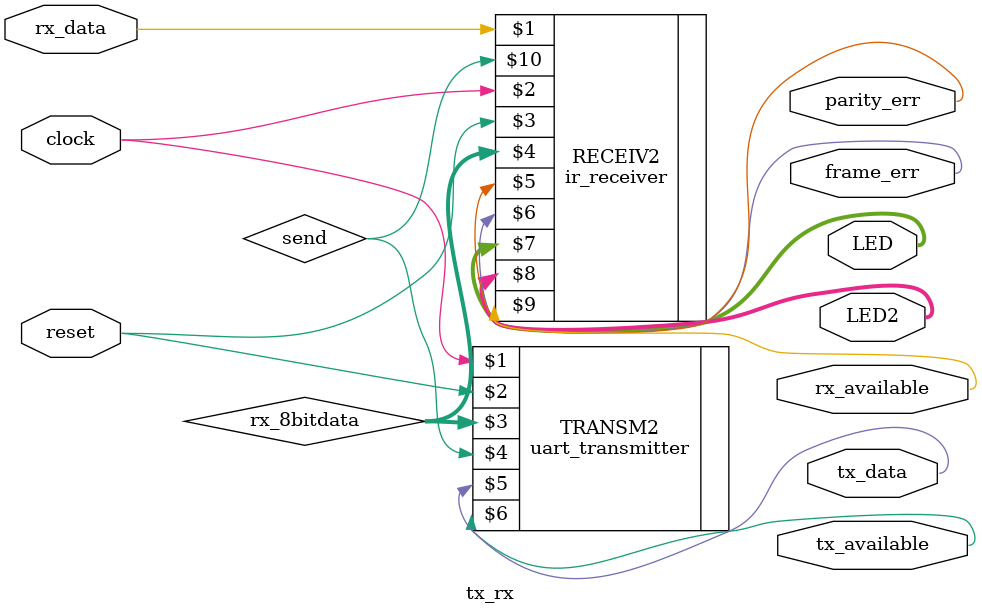
<source format=v>
`timescale 1ns/1ps
module tx_rx(clock,reset,rx_available,tx_available,frame_err,parity_err,LED,LED2,rx_data,tx_data);

input clock,reset;
input rx_data;
output wire tx_data;
output [6:0]LED,LED2;
output wire frame_err,parity_err,rx_available,tx_available;

wire send;
wire [7:0]rx_8bitdata;
//instatiate Irda_mod_demod module 
//instatiate uart transmitter
uart_transmitter TRANSM2(clock,reset,rx_8bitdata,send,tx_data,tx_available);
//instatiate uart receiver
ir_receiver    RECEIV2(rx_data,clock,reset,rx_8bitdata,parity_err,frame_err,LED,LED2,rx_available,send);
endmodule

</source>
